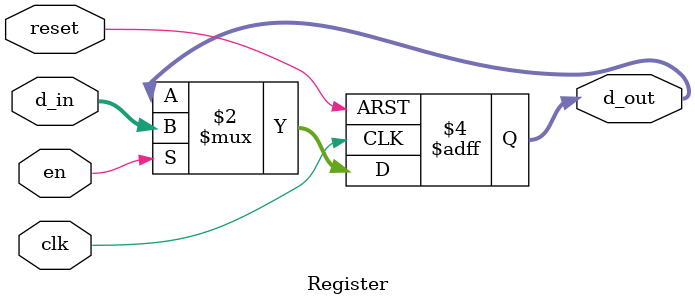
<source format=v>
module Register(
    input clk,        
    input reset,      
    input en,         // Enable signal
    input [15:0] d_in,  //input 
    output reg [15:0] d_out  //output
);
    always @(posedge clk or posedge reset) begin
        if (reset) begin
            d_out <= 16'b0;  // Reset the register
        end else if (en) begin
            d_out <= d_in;   // Store the input data if enabled
        end
    end
endmodule


</source>
